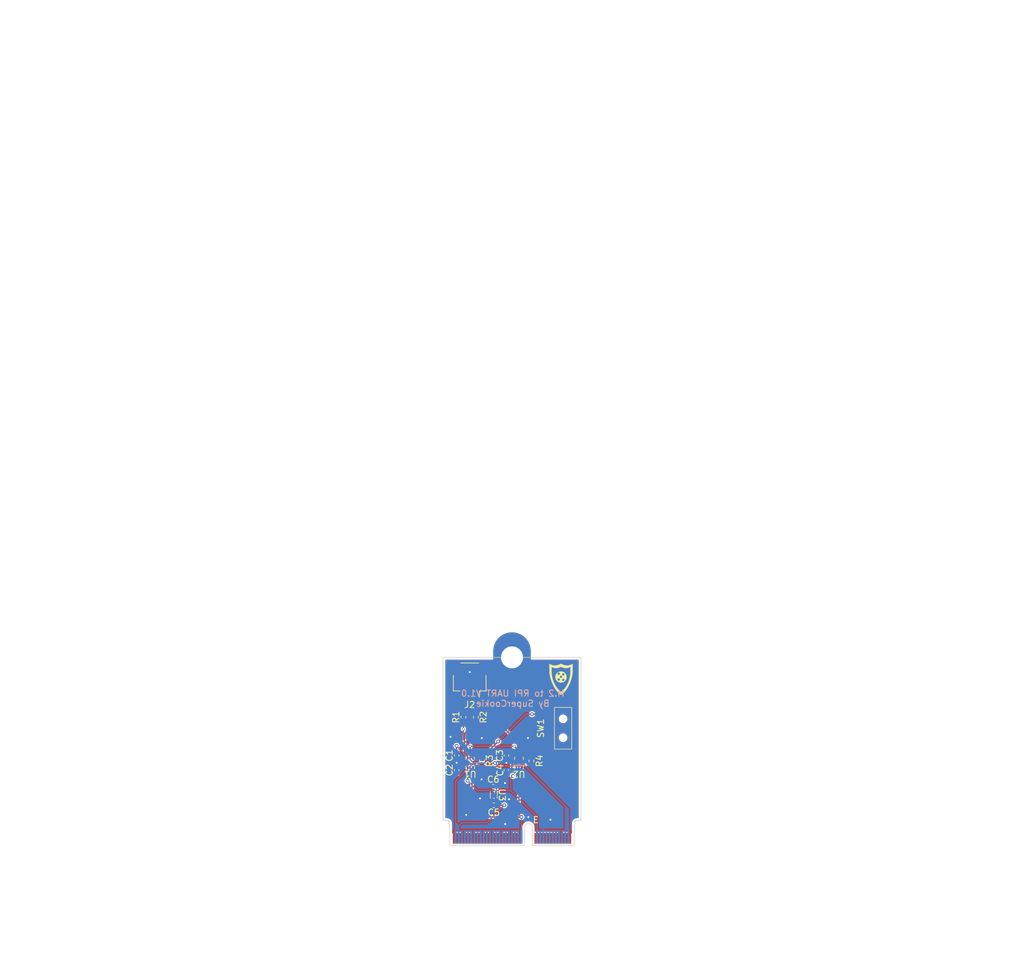
<source format=kicad_pcb>
(kicad_pcb (version 20241229) (generator "pcbnew") (generator_version "9.0")
  (layers (0 "F.Cu" signal) (2 "B.Cu" signal) (13 "F.Paste" user) (15 "B.Paste" user) (5 "F.SilkS" user "F.Silkscreen") (7 "B.SilkS" user "B.Silkscreen") (1 "F.Mask" user) (3 "B.Mask" user) (25 "Edge.Cuts" user))
  (net 0 "")
  (net 1 "+3.3V")
  (net 2 "GND")
  (net 3 "+1V8")
  (net 7 "M2_RX")
  (net 12 "M2_TX")
  (net 56 "Net-(J2-Pin_1)")
  (net 57 "Net-(J2-Pin_3)")
  (net 58 "SIGA")
  (net 59 "SIGB")
  (net 60 "~{Target_Mode}")
  (net 61 "~{Host_Mode}")
  (footprint "LOGO" (layer "F.Cu") (at 140.32 116.14)
    (property "Reference" "G***" (hide yes))
    (property "Value" "LOGO" (hide yes))
  )
  (footprint "Capacitor_SMD:C_0402_1005Metric" (layer "F.Cu") (at 129.51 133.24 180)
    (property "Reference" "C6" (at -0.005 1.145 0) (layer "F.SilkS"))
    (property "Value" "1uF")
    (pad "1" smd roundrect (at -0.48 0 180) (size 0.56 0.62) (layers "F.Cu" "F.Mask" "F.Paste") (net 3 "+1V8"))
    (pad "2" smd roundrect (at 0.48 0 180) (size 0.56 0.62) (layers "F.Cu" "F.Mask" "F.Paste") (net 2 "GND"))
  )
  (footprint "PCIexpress:M.2 E Key Connector" (layer "F.Cu") (at 132.505 141.53)
    (property "Reference" "J1")
    (property "Value" "M.2 E Key Connector")
    (fp_line (start -11 -2.89) (end -10.425 -2.89) (stroke (width 0.1)) (layer "Edge.Cuts"))
    (fp_line (start -9.925 -2.39) (end -9.925 1.11) (stroke (width 0.1)) (layer "Edge.Cuts"))
    (fp_line (start 2.02 -1.79) (end 2.02 1.11) (stroke (width 0.1)) (layer "Edge.Cuts"))
    (fp_line (start 2.02 1.11) (end -9.925 1.11) (stroke (width 0.1)) (layer "Edge.Cuts"))
    (fp_line (start 3.22 -1.79) (end 3.22 1.11) (stroke (width 0.1)) (layer "Edge.Cuts"))
    (fp_line (start 3.22 1.11) (end 9.925 1.11) (stroke (width 0.1)) (layer "Edge.Cuts"))
    (fp_line (start 9.925 -2.39) (end 9.925 1.11) (stroke (width 0.1)) (layer "Edge.Cuts"))
    (fp_line (start 10.425 -2.89) (end 11 -2.89) (stroke (width 0.1)) (layer "Edge.Cuts"))
    (fp_arc (start -10.425 -2.89) (mid -10.071447 -2.743553) (end -9.925 -2.39) (stroke (width 0.1)) (layer "Edge.Cuts"))
    (fp_arc (start 2.02 -1.79) (mid 2.62 -2.39) (end 3.22 -1.79) (stroke (width 0.1)) (layer "Edge.Cuts"))
    (fp_arc (start 9.925 -2.39) (mid 10.071447 -2.743553) (end 10.425 -2.89) (stroke (width 0.1)) (layer "Edge.Cuts"))
    (fp_text user "E" (at 3.245 -2.395 0) (layer "F.SilkS") (effects (justify left bottom)))
    (pad "1" connect rect (at 9.25 -0.04 180) (size 0.35 1.7) (layers "F.Cu") (net 2 "GND"))
    (pad "2" connect rect (at 9 -0.29 180) (size 0.35 2.2) (layers "B.Cu") (net 1 "+3.3V"))
    (pad "3" connect rect (at 8.75 -0.04 180) (size 0.35 1.7) (layers "F.Cu"))
    (pad "4" connect rect (at 8.5 -0.29 180) (size 0.35 2.2) (layers "B.Cu") (net 1 "+3.3V"))
    (pad "5" connect rect (at 8.25 -0.04 180) (size 0.35 1.7) (layers "F.Cu"))
    (pad "6" connect rect (at 8 -0.29 180) (size 0.35 2.2) (layers "B.Cu"))
    (pad "7" connect rect (at 7.75 -0.04 180) (size 0.35 1.7) (layers "F.Cu") (net 2 "GND"))
    (pad "8" connect rect (at 7.5 -0.29 180) (size 0.35 2.2) (layers "B.Cu"))
    (pad "9" connect rect (at 7.25 -0.04 180) (size 0.35 1.7) (layers "F.Cu"))
    (pad "10" connect rect (at 7 -0.29 180) (size 0.35 2.2) (layers "B.Cu"))
    (pad "11" connect rect (at 6.75 -0.04 180) (size 0.35 1.7) (layers "F.Cu"))
    (pad "12" connect rect (at 6.5 -0.29 180) (size 0.35 2.2) (layers "B.Cu"))
    (pad "13" connect rect (at 6.25 -0.04 180) (size 0.35 1.7) (layers "F.Cu"))
    (pad "14" connect rect (at 6 -0.29 180) (size 0.35 2.2) (layers "B.Cu"))
    (pad "15" connect rect (at 5.75 -0.04 180) (size 0.35 1.7) (layers "F.Cu"))
    (pad "16" connect rect (at 5.5 -0.29 180) (size 0.35 2.2) (layers "B.Cu"))
    (pad "17" connect rect (at 5.25 -0.04 180) (size 0.35 1.7) (layers "F.Cu"))
    (pad "18" connect rect (at 5 -0.29 180) (size 0.35 2.2) (layers "B.Cu") (net 2 "GND"))
    (pad "19" connect rect (at 4.75 -0.04 180) (size 0.35 1.7) (layers "F.Cu"))
    (pad "20" connect rect (at 4.5 -0.29 180) (size 0.35 2.2) (layers "B.Cu"))
    (pad "21" connect rect (at 4.25 -0.04 180) (size 0.35 1.7) (layers "F.Cu"))
    (pad "22" connect rect (at 4 -0.29 180) (size 0.35 2.2) (layers "B.Cu") (net 7 "M2_RX"))
    (pad "23" connect rect (at 3.75 -0.04 180) (size 0.35 1.7) (layers "F.Cu"))
    (pad "32" connect rect (at 1.5 -0.29 180) (size 0.35 2.2) (layers "B.Cu") (net 12 "M2_TX"))
    (pad "33" connect rect (at 1.25 -0.04 180) (size 0.35 1.7) (layers "F.Cu") (net 2 "GND"))
    (pad "34" connect rect (at 1 -0.29 180) (size 0.35 2.2) (layers "B.Cu"))
    (pad "35" connect rect (at 0.75 -0.04 180) (size 0.35 1.7) (layers "F.Cu"))
    (pad "36" connect rect (at 0.5 -0.29 180) (size 0.35 2.2) (layers "B.Cu"))
    (pad "37" connect rect (at 0.25 -0.04 180) (size 0.35 1.7) (layers "F.Cu"))
    (pad "38" connect rect (at 0 -0.29 180) (size 0.35 2.2) (layers "B.Cu"))
    (pad "39" connect rect (at -0.25 -0.04 180) (size 0.35 1.7) (layers "F.Cu") (net 2 "GND"))
    (pad "40" connect rect (at -0.5 -0.29 180) (size 0.35 2.2) (layers "B.Cu"))
    (pad "41" connect rect (at -0.75 -0.04 180) (size 0.35 1.7) (layers "F.Cu"))
    (pad "42" connect rect (at -1 -0.29 180) (size 0.35 2.2) (layers "B.Cu"))
    (pad "43" connect rect (at -1.25 -0.04 180) (size 0.35 1.7) (layers "F.Cu"))
    (pad "44" connect rect (at -1.5 -0.29 180) (size 0.35 2.2) (layers "B.Cu"))
    (pad "45" connect rect (at -1.75 -0.04 180) (size 0.35 1.7) (layers "F.Cu") (net 2 "GND"))
    (pad "46" connect rect (at -2 -0.29 180) (size 0.35 2.2) (layers "B.Cu"))
    (pad "47" connect rect (at -2.25 -0.04 180) (size 0.35 1.7) (layers "F.Cu"))
    (pad "48" connect rect (at -2.5 -0.29 180) (size 0.35 2.2) (layers "B.Cu"))
    (pad "49" connect rect (at -2.75 -0.04 180) (size 0.35 1.7) (layers "F.Cu"))
    (pad "50" connect rect (at -3 -0.29 180) (size 0.35 2.2) (layers "B.Cu"))
    (pad "51" connect rect (at -3.25 -0.04 180) (size 0.35 1.7) (layers "F.Cu") (net 2 "GND"))
    (pad "52" connect rect (at -3.5 -0.29 180) (size 0.35 2.2) (layers "B.Cu"))
    (pad "53" connect rect (at -3.75 -0.04 180) (size 0.35 1.7) (layers "F.Cu"))
    (pad "54" connect rect (at -4 -0.29 180) (size 0.35 2.2) (layers "B.Cu"))
    (pad "55" connect rect (at -4.25 -0.04 180) (size 0.35 1.7) (layers "F.Cu"))
    (pad "56" connect rect (at -4.5 -0.29 180) (size 0.35 2.2) (layers "B.Cu"))
    (pad "57" connect rect (at -4.75 -0.04 180) (size 0.35 1.7) (layers "F.Cu") (net 2 "GND"))
    (pad "58" connect rect (at -5 -0.29 180) (size 0.35 2.2) (layers "B.Cu"))
    (pad "59" connect rect (at -5.25 -0.04 180) (size 0.35 1.7) (layers "F.Cu"))
    (pad "60" connect rect (at -5.5 -0.29 180) (size 0.35 2.2) (layers "B.Cu"))
    (pad "61" connect rect (at -5.75 -0.04 180) (size 0.35 1.7) (layers "F.Cu"))
    (pad "62" connect rect (at -6 -0.29 180) (size 0.35 2.2) (layers "B.Cu"))
    (pad "63" connect rect (at -6.25 -0.04 180) (size 0.35 1.7) (layers "F.Cu") (net 2 "GND"))
    (pad "64" connect rect (at -6.5 -0.29 180) (size 0.35 2.2) (layers "B.Cu"))
    (pad "65" connect rect (at -6.75 -0.04 180) (size 0.35 1.7) (layers "F.Cu"))
    (pad "66" connect rect (at -7 -0.29 180) (size 0.35 2.2) (layers "B.Cu"))
    (pad "67" connect rect (at -7.25 -0.04 180) (size 0.35 1.7) (layers "F.Cu"))
    (pad "68" connect rect (at -7.5 -0.29 180) (size 0.35 2.2) (layers "B.Cu"))
    (pad "69" connect rect (at -7.75 -0.04 180) (size 0.35 1.7) (layers "F.Cu") (net 2 "GND"))
    (pad "70" connect rect (at -8 -0.29 180) (size 0.35 2.2) (layers "B.Cu"))
    (pad "71" connect rect (at -8.25 -0.04 180) (size 0.35 1.7) (layers "F.Cu"))
    (pad "72" connect rect (at -8.5 -0.29 180) (size 0.35 2.2) (layers "B.Cu") (net 1 "+3.3V"))
    (pad "73" connect rect (at -8.75 -0.04 180) (size 0.35 1.7) (layers "F.Cu"))
    (pad "74" connect rect (at -9 -0.29 180) (size 0.35 2.2) (layers "B.Cu") (net 1 "+3.3V"))
    (pad "75" connect rect (at -9.25 -0.04 180) (size 0.35 1.7) (layers "F.Cu") (net 2 "GND"))
  )
  (footprint "PCIexpress:M.2 Mounting Pad" (layer "F.Cu") (at 132.505 112.64)
    (property "Reference" "H1")
    (property "Value" "MountingHole_Pad")
    (pad "1" thru_hole circle (at 0 0) (size 5.5 5.5) (drill 3.5) (property pad_prop_castellated) (layers "*.Cu" "*.Mask") (net 2 "GND") (padstack (mode front_inner_back) (layer "Inner" (shape circle) (size 5.5 5.5)) (layer "B.Cu" (shape oval) (size 6 8))))
  )
  (footprint "Capacitor_SMD:C_0402_1005Metric" (layer "F.Cu") (at 129.6 136.205 180)
    (property "Reference" "C5" (at 0 -1.16 0) (layer "F.SilkS"))
    (property "Value" "1uF")
    (pad "1" smd roundrect (at -0.48 0 180) (size 0.56 0.62) (layers "F.Cu" "F.Mask" "F.Paste") (net 1 "+3.3V"))
    (pad "2" smd roundrect (at 0.48 0 180) (size 0.56 0.62) (layers "F.Cu" "F.Mask" "F.Paste") (net 2 "GND"))
  )
  (footprint "Resistor_SMD:R_0402_1005Metric" (layer "F.Cu") (at 126.76 122.175 90)
    (property "Reference" "R1" (at 0 -3.18 90) (layer "F.SilkS"))
    (property "Value" "100Ω")
    (pad "1" smd roundrect (at -0.51 0 90) (size 0.54 0.64) (layers "F.Cu" "F.Mask" "F.Paste") (net 58 "SIGA"))
    (pad "2" smd roundrect (at 0.51 0 90) (size 0.54 0.64) (layers "F.Cu" "F.Mask" "F.Paste") (net 56 "Net-(J2-Pin_1)"))
  )
  (footprint "Capacitor_SMD:C_0402_1005Metric" (layer "F.Cu") (at 123.675 128.28 90)
    (property "Reference" "C1" (at 0 -1.16 90) (layer "F.SilkS"))
    (property "Value" "0.1uF")
    (pad "1" smd roundrect (at -0.48 0 90) (size 0.56 0.62) (layers "F.Cu" "F.Mask" "F.Paste") (net 2 "GND"))
    (pad "2" smd roundrect (at 0.48 0 90) (size 0.56 0.62) (layers "F.Cu" "F.Mask" "F.Paste") (net 1 "+3.3V"))
  )
  (footprint "M.2-to-Serial-Footprint-Library:JST_SH_SM03B-SRSS-TB_1x03-1MP_P1.00mm_Horizontal" (layer "F.Cu") (at 125.76 116.22 180)
    (property "Reference" "J2" (at 0 -3.98 0) (layer "F.SilkS"))
    (property "Value" "Conn_01x03_MountingPin")
    (pad "1" smd roundrect (at -1 -2 180) (size 0.6 1.55) (layers "F.Cu" "F.Mask" "F.Paste") (net 56 "Net-(J2-Pin_1)"))
    (pad "2" smd roundrect (at 0 -2 180) (size 0.6 1.55) (layers "F.Cu" "F.Mask" "F.Paste") (net 2 "GND"))
    (pad "3" smd roundrect (at 1 -2 180) (size 0.6 1.55) (layers "F.Cu" "F.Mask" "F.Paste") (net 57 "Net-(J2-Pin_3)"))
    (pad "MP" smd roundrect (at -2.3 1.875 180) (size 1.2 1.8) (layers "F.Cu" "F.Mask" "F.Paste") (roundrect_rratio 0.208333) (net 2 "GND"))
    (pad "MP" smd roundrect (at 2.3 1.875 180) (size 1.2 1.8) (layers "F.Cu" "F.Mask" "F.Paste") (roundrect_rratio 0.208333) (net 2 "GND"))
  )
  (footprint "Resistor_SMD:R_0402_1005Metric" (layer "F.Cu") (at 135.605 129.145 90)
    (property "Reference" "R4" (at 0 1.275 90) (layer "F.SilkS"))
    (property "Value" "10kΩ")
    (pad "1" smd roundrect (at -0.51 0 90) (size 0.54 0.64) (layers "F.Cu" "F.Mask" "F.Paste") (net 3 "+1V8"))
    (pad "2" smd roundrect (at 0.51 0 90) (size 0.54 0.64) (layers "F.Cu" "F.Mask" "F.Paste") (net 61 "~{Host_Mode}"))
  )
  (footprint "Resistor_SMD:R_0402_1005Metric" (layer "F.Cu") (at 124.76 122.175 -90)
    (property "Reference" "R2" (at 0 -3.18 90) (layer "F.SilkS"))
    (property "Value" "100Ω")
    (pad "1" smd roundrect (at -0.51 0 270) (size 0.54 0.64) (layers "F.Cu" "F.Mask" "F.Paste") (net 57 "Net-(J2-Pin_3)"))
    (pad "2" smd roundrect (at 0.51 0 270) (size 0.54 0.64) (layers "F.Cu" "F.Mask" "F.Paste") (net 59 "SIGB"))
  )
  (footprint "M.2-to-Serial-Footprint-Library:SN74AXC2T245" (layer "F.Cu") (at 125.83 129.445 180)
    (property "Reference" "U1" (at 0 -1.8 180) (layer "F.SilkS"))
    (property "Value" "SN74AXC2T245")
    (pad "1" smd roundrect (at -0.55 -0.2 90) (size 0.2 0.7) (layers "F.Cu" "F.Mask" "F.Paste") (net 3 "+1V8"))
    (pad "2" smd roundrect (at -0.6 0.2 90) (size 0.2 0.6) (layers "F.Cu" "F.Mask" "F.Paste") (net 60 "~{Target_Mode}"))
    (pad "3" smd roundrect (at -0.4 0.8 180) (size 0.2 0.6) (layers "F.Cu" "F.Mask" "F.Paste") (net 2 "GND"))
    (pad "4" smd roundrect (at 0 0.8 180) (size 0.2 0.6) (layers "F.Cu" "F.Mask" "F.Paste") (net 59 "SIGB"))
    (pad "5" smd roundrect (at 0.4 0.8 180) (size 0.2 0.6) (layers "F.Cu" "F.Mask" "F.Paste") (net 58 "SIGA"))
    (pad "6" smd roundrect (at 0.6 0.2 90) (size 0.2 0.6) (layers "F.Cu" "F.Mask" "F.Paste") (net 1 "+3.3V"))
    (pad "7" smd roundrect (at 0.6 -0.2 90) (size 0.2 0.6) (layers "F.Cu" "F.Mask" "F.Paste") (net 3 "+1V8"))
    (pad "8" smd roundrect (at 0.4 -0.8 180) (size 0.2 0.6) (layers "F.Cu" "F.Mask" "F.Paste") (net 7 "M2_RX"))
    (pad "9" smd roundrect (at 0 -0.8 180) (size 0.2 0.6) (layers "F.Cu" "F.Mask" "F.Paste") (net 12 "M2_TX"))
    (pad "10" smd roundrect (at -0.4 -0.8 180) (size 0.2 0.6) (layers "F.Cu" "F.Mask" "F.Paste") (net 2 "GND"))
  )
  (footprint "Capacitor_SMD:C_0402_1005Metric" (layer "F.Cu") (at 131.61 128.295 90)
    (property "Reference" "C3" (at 0 -1.065 90) (layer "F.SilkS"))
    (property "Value" "0.1uF")
    (pad "1" smd roundrect (at -0.48 0 90) (size 0.56 0.62) (layers "F.Cu" "F.Mask" "F.Paste") (net 2 "GND"))
    (pad "2" smd roundrect (at 0.48 0 90) (size 0.56 0.62) (layers "F.Cu" "F.Mask" "F.Paste") (net 1 "+3.3V"))
  )
  (footprint "M.2-to-Serial-Footprint-Library:SN74AXC2T245" (layer "F.Cu") (at 133.615 129.455 180)
    (property "Reference" "U2" (at 0 -1.8 180) (layer "F.SilkS"))
    (property "Value" "SN74AXC2T245")
    (pad "1" smd roundrect (at -0.55 -0.2 90) (size 0.2 0.7) (layers "F.Cu" "F.Mask" "F.Paste") (net 3 "+1V8"))
    (pad "2" smd roundrect (at -0.6 0.2 90) (size 0.2 0.6) (layers "F.Cu" "F.Mask" "F.Paste") (net 61 "~{Host_Mode}"))
    (pad "3" smd roundrect (at -0.4 0.8 180) (size 0.2 0.6) (layers "F.Cu" "F.Mask" "F.Paste") (net 2 "GND"))
    (pad "4" smd roundrect (at 0 0.8 180) (size 0.2 0.6) (layers "F.Cu" "F.Mask" "F.Paste") (net 58 "SIGA"))
    (pad "5" smd roundrect (at 0.4 0.8 180) (size 0.2 0.6) (layers "F.Cu" "F.Mask" "F.Paste") (net 59 "SIGB"))
    (pad "6" smd roundrect (at 0.6 0.2 90) (size 0.2 0.6) (layers "F.Cu" "F.Mask" "F.Paste") (net 1 "+3.3V"))
    (pad "7" smd roundrect (at 0.6 -0.2 90) (size 0.2 0.6) (layers "F.Cu" "F.Mask" "F.Paste") (net 3 "+1V8"))
    (pad "8" smd roundrect (at 0.4 -0.8 180) (size 0.2 0.6) (layers "F.Cu" "F.Mask" "F.Paste") (net 7 "M2_RX"))
    (pad "9" smd roundrect (at 0 -0.8 180) (size 0.2 0.6) (layers "F.Cu" "F.Mask" "F.Paste") (net 12 "M2_TX"))
    (pad "10" smd roundrect (at -0.4 -0.8 180) (size 0.2 0.6) (layers "F.Cu" "F.Mask" "F.Paste") (net 2 "GND"))
  )
  (footprint "Capacitor_SMD:C_0402_1005Metric" (layer "F.Cu") (at 131.61 130.615 -90)
    (property "Reference" "C4" (at -0.005 1.01 90) (layer "F.SilkS"))
    (property "Value" "0.1uF")
    (pad "1" smd roundrect (at -0.48 0 270) (size 0.56 0.62) (layers "F.Cu" "F.Mask" "F.Paste") (net 2 "GND"))
    (pad "2" smd roundrect (at 0.48 0 270) (size 0.56 0.62) (layers "F.Cu" "F.Mask" "F.Paste") (net 3 "+1V8"))
  )
  (footprint "Capacitor_SMD:C_0402_1005Metric" (layer "F.Cu") (at 123.675 130.61 -90)
    (property "Reference" "C2" (at 0 1.15 90) (layer "F.SilkS"))
    (property "Value" "0.1uF")
    (pad "1" smd roundrect (at -0.48 0 270) (size 0.56 0.62) (layers "F.Cu" "F.Mask" "F.Paste") (net 2 "GND"))
    (pad "2" smd roundrect (at 0.48 0 270) (size 0.56 0.62) (layers "F.Cu" "F.Mask" "F.Paste") (net 3 "+1V8"))
  )
  (footprint "M.2-to-Serial-Footprint-Library:SLW-66527511-SMT-TR" (layer "F.Cu") (at 140.6475 123.945 90)
    (property "Reference" "SW1" (at 0 -3.56 90) (layer "F.SilkS"))
    (property "Value" "SW_Slide_SPDT")
    (pad "" np_thru_hole circle (at -1.5 0 90) (size 0.9 0.9) (drill 0.9) (layers "*.Cu" "*.Mask"))
    (pad "" np_thru_hole circle (at 1.5 0 90) (size 0.9 0.9) (drill 0.9) (layers "*.Cu" "*.Mask"))
    (pad "1" smd rect (at -2.25 -2.075 90) (size 0.9 1.25) (layers "F.Cu" "F.Mask" "F.Paste") (net 61 "~{Host_Mode}"))
    (pad "2" smd rect (at 0.75 -2.075 90) (size 0.9 1.25) (layers "F.Cu" "F.Mask" "F.Paste") (net 2 "GND"))
    (pad "3" smd rect (at 2.25 -2.075 90) (size 0.9 1.25) (layers "F.Cu" "F.Mask" "F.Paste") (net 60 "~{Target_Mode}"))
    (pad "MP" smd rect (at -3.8 -1.05 90) (size 0.8 0.9) (layers "F.Cu" "F.Mask" "F.Paste") (net 2 "GND"))
    (pad "MP" smd rect (at -3.8 1.05 90) (size 0.8 0.9) (layers "F.Cu" "F.Mask" "F.Paste") (net 2 "GND"))
    (pad "MP" smd rect (at 3.8 -1.05 90) (size 0.8 0.9) (layers "F.Cu" "F.Mask" "F.Paste") (net 2 "GND"))
    (pad "MP" smd rect (at 3.8 1.05 90) (size 0.8 0.9) (layers "F.Cu" "F.Mask" "F.Paste") (net 2 "GND"))
  )
  (footprint "M.2-to-Serial-Footprint-Library:TLV74018PDQN" (layer "F.Cu") (at 129.6 134.565 -90)
    (property "Reference" "U3" (at 0 -1.32 270) (layer "F.SilkS"))
    (property "Value" "TLV74018PDQN")
    (pad "1" smd custom (at -0.43 -0.325 270) (size 0.01 0.1) (layers "F.Cu" "F.Mask") (net 3 "+1V8") (options (clearance outline) (anchor rect)) (primitives (gr_poly (pts (xy -0.18 -0.105) (xy -0.18 0.105) (xy 0 0.105) (xy 0.18 -0.075) (xy 0.18 -0.105)) (width 0) (fill yes))))
    (pad "2" smd custom (at -0.43 0.325 270) (size 0.01 0.1) (layers "F.Cu" "F.Mask") (net 2 "GND") (options (clearance outline) (anchor rect)) (primitives (gr_poly (pts (xy -0.18 0.105) (xy -0.18 -0.105) (xy 0 -0.105) (xy 0.18 0.075) (xy 0.18 0.105)) (width 0) (fill yes))))
    (pad "3" smd custom (at 0.43 0.325 270) (size 0.01 0.1) (layers "F.Cu" "F.Mask") (net 1 "+3.3V") (options (clearance outline) (anchor rect)) (primitives (gr_poly (pts (xy 0.18 0.105) (xy 0.18 -0.105) (xy 0 -0.105) (xy -0.18 0.075) (xy -0.18 0.105)) (width 0) (fill yes))))
    (pad "4" smd custom (at 0.43 -0.325 270) (size 0.01 0.1) (layers "F.Cu" "F.Mask") (net 1 "+3.3V") (options (clearance outline) (anchor rect)) (primitives (gr_poly (pts (xy 0.18 -0.105) (xy 0.18 0.105) (xy 0 0.105) (xy -0.18 -0.075) (xy -0.18 -0.105)) (width 0) (fill yes))))
    (pad "5" smd rect (at 0 0 315) (size 0.48 0.48) (layers "F.Cu" "F.Mask") (net 2 "GND"))
  )
  (footprint "Resistor_SMD:R_0402_1005Metric" (layer "F.Cu") (at 127.73 129.135 90)
    (property "Reference" "R3" (at 0 1.195 90) (layer "F.SilkS"))
    (property "Value" "10kΩ")
    (pad "1" smd roundrect (at -0.51 0 90) (size 0.54 0.64) (layers "F.Cu" "F.Mask" "F.Paste") (net 3 "+1V8"))
    (pad "2" smd roundrect (at 0.51 0 90) (size 0.54 0.64) (layers "F.Cu" "F.Mask" "F.Paste") (net 60 "~{Target_Mode}"))
  )
  (gr_line (start 143.505 138.64) (end 143.505 112.64) (stroke (width 0.1)) (layer "Edge.Cuts"))
  (gr_line (start 121.505 112.64) (end 121.505 138.64) (stroke (width 0.1)) (layer "Edge.Cuts"))
  (gr_line (start 143.505 112.64) (end 121.505 112.64) (stroke (width 0.1)) (layer "Edge.Cuts"))
  (gr_text "M.2 to RPI UART V1.0\nBy SuperCookie" (at 132.63 119.19 0) (layer "B.SilkS") (effects (font (size 1 1)) (justify mirror)))
  (segment (start 124.455 128.855) (end 124.845 129.245) (width 0.2) (layer "F.Cu") (net 1))
  (segment (start 133.0125 129.255) (end 132.5975 129.255) (width 0.2) (layer "F.Cu") (net 1))
  (segment (start 129.945 129.48) (end 131.61 127.815) (width 0.2) (layer "F.Cu") (net 1))
  (segment (start 129.275 134.995) (end 129.435411 135.155411) (width 0.2) (layer "F.Cu") (net 1))
  (segment (start 131.275 136.205) (end 131.28 136.21) (width 0.2) (layer "F.Cu") (net 1))
  (segment (start 132.4825 128.355) (end 131.9425 127.815) (width 0.2) (layer "F.Cu") (net 1))
  (segment (start 129.764589 135.155411) (end 129.925 134.995) (width 0.2) (layer "F.Cu") (net 1))
  (segment (start 129.8 129.48) (end 129.945 129.48) (width 0.2) (layer "F.Cu") (net 1))
  (segment (start 123.675 127.8) (end 123.675 126.755) (width 0.2) (layer "F.Cu") (net 1))
  (segment (start 129.435411 135.155411) (end 129.764589 135.155411) (width 0.2) (layer "F.Cu") (net 1))
  (segment (start 124.845 129.245) (end 125.23 129.245) (width 0.2) (layer "F.Cu") (net 1))
  (segment (start 130.08 136.205) (end 130.08 135.15) (width 0.2) (layer "F.Cu") (net 1))
  (segment (start 132.4825 129.14) (end 132.4825 128.355) (width 0.2) (layer "F.Cu") (net 1))
  (segment (start 131.9425 127.815) (end 131.6075 127.815) (width 0.2) (layer "F.Cu") (net 1))
  (segment (start 130.08 135.15) (end 129.925 134.995) (width 0.2) (layer "F.Cu") (net 1))
  (segment (start 124.455 128.58) (end 123.675 127.8) (width 0.2) (layer "F.Cu") (net 1))
  (segment (start 132.5975 129.255) (end 132.4825 129.14) (width 0.2) (layer "F.Cu") (net 1))
  (segment (start 124.455 128.855) (end 124.455 128.58) (width 0.2) (layer "F.Cu") (net 1))
  (segment (start 130.08 136.205) (end 131.275 136.205) (width 0.2) (layer "F.Cu") (net 1))
  (via (at 123.675 126.755) (size 0.6) (drill 0.3) (layers "F.Cu" "B.Cu") (net 1))
  (via (at 129.8 129.48) (size 0.6) (drill 0.3) (layers "F.Cu" "B.Cu") (net 1))
  (via (at 131.28 136.21) (size 0.6) (drill 0.3) (layers "F.Cu" "B.Cu") (net 1))
  (segment (start 126.4 129.48) (end 129.8 129.48) (width 0.2) (layer "B.Cu") (net 1))
  (segment (start 128.49 139) (end 131.28 136.21) (width 0.2) (layer "B.Cu") (net 1))
  (segment (start 123.505 139) (end 123.505 132.375) (width 0.2) (layer "B.Cu") (net 1))
  (segment (start 124.505 139) (end 128.49 139) (width 0.2) (layer "B.Cu") (net 1))
  (segment (start 134.606 129.956) (end 141.005 136.355) (width 0.2) (layer "B.Cu") (net 1))
  (segment (start 129.8 129.48) (end 130.276 129.956) (width 0.2) (layer "B.Cu") (net 1))
  (segment (start 124.005 139.5) (end 123.505 139) (width 0.2) (layer "B.Cu") (net 1))
  (segment (start 124.005 141.24) (end 124.005 139.5) (width 0.2) (layer "B.Cu") (net 1))
  (segment (start 130.276 129.956) (end 134.606 129.956) (width 0.2) (layer "B.Cu") (net 1))
  (segment (start 124.005 139.5) (end 124.505 139) (width 0.2) (layer "B.Cu") (net 1))
  (segment (start 141.505 136.855) (end 141.005 136.355) (width 0.2) (layer "B.Cu") (net 1))
  (segment (start 123.505 132.375) (end 126.4 129.48) (width 0.2) (layer "B.Cu") (net 1))
  (segment (start 123.505 141.24) (end 123.505 139) (width 0.2) (layer "B.Cu") (net 1))
  (segment (start 141.005 136.355) (end 141.005 141.24) (width 0.2) (layer "B.Cu") (net 1))
  (segment (start 123.675 126.755) (end 126.4 129.48) (width 0.2) (layer "B.Cu") (net 1))
  (segment (start 141.505 141.24) (end 141.505 136.855) (width 0.2) (layer "B.Cu") (net 1))
  (via (at 135.05 125.505) (size 0.6) (drill 0.3) (layers "F.Cu" "B.Cu") (net 2))
  (via (at 125.77 114.985) (size 0.6) (drill 0.3) (layers "F.Cu" "B.Cu") (net 2))
  (via (at 138.63 138.52) (size 0.6) (drill 0.3) (layers "F.Cu" "B.Cu") (net 2))
  (via (at 123.675 129.445) (size 0.45) (drill 0.3) (layers "F.Cu" "B.Cu") (net 2))
  (via (at 132.02 135.26) (size 0.6) (drill 0.3) (layers "F.Cu" "B.Cu") (net 2))
  (via (at 127.65 132.095) (size 0.6) (drill 0.3) (layers "F.Cu" "B.Cu") (net 2))
  (via (at 131.385 132.68) (size 0.6) (drill 0.3) (layers "F.Cu" "B.Cu") (net 2))
  (via (at 131.61 129.455) (size 0.45) (drill 0.3) (layers "F.Cu" "B.Cu") (net 2))
  (via (at 125.21 137.745) (size 0.6) (drill 0.3) (layers "F.Cu" "B.Cu") (net 2))
  (via (at 135.11 138.095) (size 0.6) (drill 0.3) (layers "F.Cu" "B.Cu") (net 2))
  (via (at 131.425 139.21) (size 0.6) (drill 0.3) (layers "F.Cu" "B.Cu") (net 2))
  (via (at 122.695 125.3) (size 0.6) (drill 0.3) (layers "F.Cu" "B.Cu") (net 2))
  (via (at 127.415 135.13) (size 0.6) (drill 0.3) (layers "F.Cu" "B.Cu") (net 2))
  (via (at 127.695 125.505) (size 0.6) (drill 0.3) (layers "F.Cu" "B.Cu") (net 2))
  (segment (start 124.455 130.035) (end 124.455 130.31) (width 0.2) (layer "F.Cu") (net 3))
  (segment (start 130.015 134.045) (end 129.925 134.135) (width 0.2) (layer "F.Cu") (net 3))
  (segment (start 130.015 131.85) (end 130.015 132.96) (width 0.2) (layer "F.Cu") (net 3))
  (segment (start 124.455 130.31) (end 123.675 131.09) (width 0.2) (layer "F.Cu") (net 3))
  (segment (start 133.015 129.655) (end 134.165 129.655) (width 0.2) (layer "F.Cu") (net 3))
  (segment (start 131.945 131.095) (end 131.61 131.095) (width 0.2) (layer "F.Cu") (net 3))
  (segment (start 127.81 129.645) (end 130.015 131.85) (width 0.2) (layer "F.Cu") (net 3))
  (segment (start 135.605 129.655) (end 134.165 129.655) (width 0.2) (layer "F.Cu") (net 3))
  (segment (start 130.015 132.96) (end 130.015 134.045) (width 0.2) (layer "F.Cu") (net 3))
  (segment (start 124.455 130.035) (end 124.845 129.645) (width 0.2) (layer "F.Cu") (net 3))
  (segment (start 124.845 129.645) (end 125.23 129.645) (width 0.2) (layer "F.Cu") (net 3))
  (segment (start 132.485 129.77) (end 132.485 130.555) (width 0.2) (layer "F.Cu") (net 3))
  (segment (start 125.23 129.645) (end 126.38 129.645) (width 0.2) (layer "F.Cu") (net 3))
  (segment (start 127.73 129.645) (end 126.38 129.645) (width 0.2) (layer "F.Cu") (net 3))
  (segment (start 132.6 129.655) (end 132.485 129.77) (width 0.2) (layer "F.Cu") (net 3))
  (segment (start 127.73 129.645) (end 127.81 129.645) (width 0.2) (layer "F.Cu") (net 3))
  (segment (start 132.485 130.555) (end 131.945 131.095) (width 0.2) (layer "F.Cu") (net 3))
  (segment (start 130.015 132.69) (end 130.015 132.96) (width 0.2) (layer "F.Cu") (net 3))
  (segment (start 133.015 129.655) (end 132.6 129.655) (width 0.2) (layer "F.Cu") (net 3))
  (segment (start 131.61 131.095) (end 130.015 132.69) (width 0.2) (layer "F.Cu") (net 3))
  (segment (start 133.215 130.955) (end 132.63 131.54) (width 0.2) (layer "F.Cu") (net 7))
  (segment (start 133.215 130.255) (end 133.215 130.955) (width 0.2) (layer "F.Cu") (net 7))
  (segment (start 125.43 132.31) (end 125.43 130.245) (width 0.2) (layer "F.Cu") (net 7))
  (via (at 132.63 131.54) (size 0.6) (drill 0.3) (layers "F.Cu" "B.Cu") (net 7))
  (via (at 125.43 132.31) (size 0.6) (drill 0.3) (layers "F.Cu" "B.Cu") (net 7))
  (segment (start 132.3 133.865) (end 127.775 133.865) (width 0.2) (layer "B.Cu") (net 7))
  (segment (start 136.505 138.07) (end 133.43 134.995) (width 0.2) (layer "B.Cu") (net 7))
  (segment (start 132.63 131.54) (end 132.3 131.87) (width 0.2) (layer "B.Cu") (net 7))
  (segment (start 127.775 133.865) (end 126.985 133.865) (width 0.2) (layer "B.Cu") (net 7))
  (segment (start 133.43 134.995) (end 132.3 133.865) (width 0.2) (layer "B.Cu") (net 7))
  (segment (start 126.985 133.865) (end 125.43 132.31) (width 0.2) (layer "B.Cu") (net 7))
  (segment (start 132.3 131.87) (end 132.3 133.865) (width 0.2) (layer "B.Cu") (net 7))
  (segment (start 136.505 141.24) (end 136.505 138.07) (width 0.2) (layer "B.Cu") (net 7))
  (segment (start 133.615 130.255) (end 133.615 137.7) (width 0.2) (layer "F.Cu") (net 12))
  (segment (start 128.275 138.09) (end 134.005 138.09) (width 0.2) (layer "F.Cu") (net 12))
  (segment (start 133.615 137.7) (end 134.005 138.09) (width 0.2) (layer "F.Cu") (net 12))
  (segment (start 125.83 131.105) (end 126.135 131.41) (width 0.2) (layer "F.Cu") (net 12))
  (segment (start 126.135 135.95) (end 128.275 138.09) (width 0.2) (layer "F.Cu") (net 12))
  (segment (start 126.135 131.41) (end 126.135 135.95) (width 0.2) (layer "F.Cu") (net 12))
  (segment (start 125.83 130.245) (end 125.83 131.105) (width 0.2) (layer "F.Cu") (net 12))
  (via (at 134.005 138.09) (size 0.6) (drill 0.3) (layers "F.Cu" "B.Cu") (net 12))
  (segment (start 134.005 141.24) (end 134.005 138.09) (width 0.2) (layer "B.Cu") (net 12))
  (segment (start 126.76 118.22) (end 126.76 121.665) (width 0.2) (layer "F.Cu") (net 56))
  (segment (start 124.76 121.665) (end 124.76 118.22) (width 0.2) (layer "F.Cu") (net 57))
  (segment (start 125.43 128.26) (end 124.92 127.75) (width 0.2) (layer "F.Cu") (net 58))
  (segment (start 125.43 128.645) (end 125.43 128.26) (width 0.2) (layer "F.Cu") (net 58))
  (segment (start 126.76 123.12) (end 127.765 124.125) (width 0.2) (layer "F.Cu") (net 58))
  (segment (start 126.76 122.685) (end 126.76 123.12) (width 0.2) (layer "F.Cu") (net 58))
  (segment (start 124.92 124.794999) (end 126.76 122.954999) (width 0.2) (layer "F.Cu") (net 58))
  (segment (start 124.92 127.75) (end 124.92 124.794999) (width 0.2) (layer "F.Cu") (net 58))
  (segment (start 133.615 126.3) (end 133.615 128.655) (width 0.2) (layer "F.Cu") (net 58))
  (segment (start 131.44 124.125) (end 133.615 126.3) (width 0.2) (layer "F.Cu") (net 58))
  (segment (start 126.76 122.954999) (end 126.76 122.685) (width 0.2) (layer "F.Cu") (net 58))
  (segment (start 127.765 124.125) (end 131.44 124.125) (width 0.2) (layer "F.Cu") (net 58))
  (segment (start 124.76 122.685) (end 124.76 124.055) (width 0.2) (layer "F.Cu") (net 59))
  (segment (start 133.215 127.16) (end 132.865 126.81) (width 0.2) (layer "F.Cu") (net 59))
  (segment (start 125.83 128.645) (end 125.83 126.815) (width 0.2) (layer "F.Cu") (net 59))
  (segment (start 133.215 128.655) (end 133.215 127.16) (width 0.2) (layer "F.Cu") (net 59))
  (via (at 125.83 126.815) (size 0.45) (drill 0.3) (layers "F.Cu" "B.Cu") (net 59))
  (via (at 132.865 126.81) (size 0.45) (drill 0.3) (layers "F.Cu" "B.Cu") (net 59))
  (via (at 124.76 124.055) (size 0.45) (drill 0.3) (layers "F.Cu" "B.Cu") (net 59))
  (segment (start 124.76 124.055) (end 124.76 125.745) (width 0.2) (layer "B.Cu") (net 59))
  (segment (start 125.835 126.81) (end 125.83 126.815) (width 0.2) (layer "B.Cu") (net 59))
  (segment (start 132.865 126.81) (end 125.835 126.81) (width 0.2) (layer "B.Cu") (net 59))
  (segment (start 124.76 125.745) (end 125.83 126.815) (width 0.2) (layer "B.Cu") (net 59))
  (segment (start 127.73 128.625) (end 130.305 126.05) (width 0.2) (layer "F.Cu") (net 60))
  (segment (start 135.705 121.695) (end 138.5725 121.695) (width 0.2) (layer "F.Cu") (net 60))
  (segment (start 126.43 129.245) (end 127.11 129.245) (width 0.2) (layer "F.Cu") (net 60))
  (segment (start 127.11 129.245) (end 127.73 128.625) (width 0.2) (layer "F.Cu") (net 60))
  (via (at 135.705 121.695) (size 0.6) (drill 0.3) (layers "F.Cu" "B.Cu") (net 60))
  (via (at 130.305 126.05) (size 0.6) (drill 0.3) (layers "F.Cu" "B.Cu") (net 60))
  (segment (start 130.305 126.05) (end 134.66 121.695) (width 0.2) (layer "B.Cu") (net 60))
  (segment (start 134.66 121.695) (end 135.705 121.695) (width 0.2) (layer "B.Cu") (net 60))
  (segment (start 135.605 128.635) (end 136.1325 128.635) (width 0.2) (layer "F.Cu") (net 61))
  (segment (start 136.1325 128.635) (end 138.5725 126.195) (width 0.2) (layer "F.Cu") (net 61))
  (segment (start 134.215 129.255) (end 134.985 129.255) (width 0.2) (layer "F.Cu") (net 61))
  (segment (start 134.985 129.255) (end 135.605 128.635) (width 0.2) (layer "F.Cu") (net 61))
  (zone (net 2) (net_name "GND") (layer "F.Cu") (connect_pads yes (clearance 0.2)) (min_thickness 0.2) (fill yes (thermal_gap 0.2) (thermal_bridge_width 0.5))
    (polygon (pts (xy 119.43 109.175) (xy 147.205 109.175) (xy 147.205 136.685) (xy 143.175 140.715) (xy 121.42 140.715) (xy 119.43 138.725)))
  )
  (zone (net 1) (net_name "+3.3V") (layer "B.Cu") (priority 2) (connect_pads yes (clearance 0.2)) (min_thickness 0.2) (fill yes (thermal_gap 0.5) (thermal_bridge_width 0.5))
    (polygon (pts (xy 141.01 140.14) (xy 141.53 140.14) (xy 141.53 136.85) (xy 141.01 136.33) (xy 140.99 136.33) (xy 140.99 140.12)))
  )
  (zone (net 1) (net_name "+3.3V") (layer "B.Cu") (priority 1) (connect_pads yes (clearance 0)) (min_thickness 0.2) (fill yes (thermal_gap 0.5) (thermal_bridge_width 0.5))
    (polygon (pts (xy 123.52 140.14) (xy 123.96 140.14) (xy 123.96 139.44) (xy 123.75 139.23) (xy 123.52 139.23)))
  )
  (zone (net 2) (net_name "GND") (layer "B.Cu") (connect_pads yes (clearance 0.2)) (min_thickness 0.2) (fill yes (thermal_gap 0.2) (thermal_bridge_width 0.5))
    (polygon (pts (xy 118.915 108.82) (xy 146.69 108.82) (xy 146.69 136.195) (xy 142.66 140.225) (xy 120.905 140.225) (xy 118.915 138.235)))
  )
)
</source>
